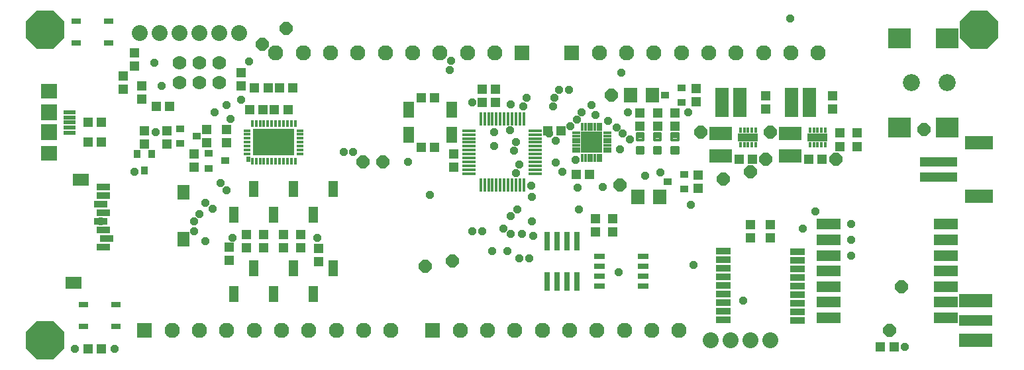
<source format=gts>
G75*
%MOIN*%
%OFA0B0*%
%FSLAX25Y25*%
%IPPOS*%
%LPD*%
%AMOC8*
5,1,8,0,0,1.08239X$1,22.5*
%
%ADD10R,0.01102X0.01772*%
%ADD11R,0.11230X0.06899*%
%ADD12R,0.04931X0.04537*%
%ADD13R,0.04537X0.04931*%
%ADD14C,0.01361*%
%ADD15R,0.06899X0.07687*%
%ADD16R,0.02962X0.09261*%
%ADD17C,0.07000*%
%ADD18C,0.08000*%
%ADD19R,0.07687X0.07687*%
%ADD20C,0.07687*%
%ADD21R,0.06112X0.01978*%
%ADD22R,0.08080X0.07687*%
%ADD23R,0.08080X0.08080*%
%ADD24R,0.18710X0.04537*%
%ADD25R,0.13986X0.06899*%
%ADD26R,0.06506X0.14773*%
%ADD27R,0.04143X0.03750*%
%ADD28R,0.03750X0.04143*%
%ADD29R,0.05324X0.02962*%
%ADD30R,0.08080X0.06112*%
%ADD31R,0.06112X0.07687*%
%ADD32R,0.06506X0.03356*%
%ADD33R,0.01584X0.02569*%
%ADD34R,0.10049X0.03907*%
%ADD35R,0.05718X0.08080*%
%ADD36R,0.07687X0.03356*%
%ADD37R,0.01584X0.03356*%
%ADD38R,0.03356X0.01584*%
%ADD39R,0.21072X0.13198*%
%ADD40R,0.02000X0.03000*%
%ADD41R,0.06506X0.01702*%
%ADD42R,0.01702X0.06506*%
%ADD43R,0.12411X0.05324*%
%ADD44R,0.01387X0.03946*%
%ADD45R,0.03946X0.01387*%
%ADD46R,0.11033X0.11033*%
%ADD47R,0.16600X0.06600*%
%ADD48R,0.16600X0.05600*%
%ADD49R,0.11624X0.10049*%
%ADD50C,0.08600*%
%ADD51R,0.04734X0.03159*%
%ADD52R,0.04537X0.08474*%
%ADD53OC8,0.04169*%
%ADD54OC8,0.06506*%
%ADD55OC8,0.19350*%
D10*
X0113421Y0111976D03*
D11*
X0351256Y0113738D03*
X0351256Y0124762D03*
X0386256Y0124762D03*
X0386256Y0113738D03*
D12*
X0395409Y0111750D03*
X0402102Y0111750D03*
X0411256Y0118404D03*
X0420006Y0118404D03*
X0420006Y0125096D03*
X0411256Y0125096D03*
X0407506Y0137154D03*
X0407506Y0143846D03*
X0373756Y0143846D03*
X0373756Y0137154D03*
X0338756Y0140904D03*
X0338756Y0147596D03*
X0328131Y0135409D03*
X0319381Y0135409D03*
X0319381Y0128716D03*
X0328131Y0128716D03*
X0310631Y0128716D03*
X0310631Y0135409D03*
X0360409Y0111750D03*
X0367102Y0111750D03*
X0340006Y0103846D03*
X0340006Y0097154D03*
X0366256Y0078846D03*
X0376256Y0078846D03*
X0376256Y0072154D03*
X0366256Y0072154D03*
X0296881Y0075279D03*
X0288131Y0075279D03*
X0288131Y0081971D03*
X0296881Y0081971D03*
X0207102Y0118000D03*
X0200409Y0118000D03*
X0231034Y0140500D03*
X0237727Y0140500D03*
X0237727Y0147375D03*
X0231034Y0147375D03*
X0207102Y0143000D03*
X0200409Y0143000D03*
X0102506Y0126971D03*
X0092506Y0126971D03*
X0092506Y0120279D03*
X0102506Y0120279D03*
X0086256Y0114471D03*
X0086256Y0107779D03*
X0072506Y0119654D03*
X0061256Y0119654D03*
X0061256Y0126346D03*
X0072506Y0126346D03*
X0060006Y0142154D03*
X0060006Y0148846D03*
X0056256Y0159029D03*
X0056256Y0165721D03*
X0431659Y0017375D03*
X0438352Y0017375D03*
D13*
X0285227Y0104250D03*
X0278534Y0104250D03*
X0270852Y0126125D03*
X0264159Y0126125D03*
X0216881Y0114471D03*
X0216881Y0107779D03*
X0140006Y0073846D03*
X0131256Y0073846D03*
X0121256Y0073846D03*
X0112506Y0073846D03*
X0112506Y0067154D03*
X0103756Y0067596D03*
X0103756Y0060904D03*
X0121256Y0067154D03*
X0131256Y0067154D03*
X0140006Y0067154D03*
X0148756Y0066971D03*
X0148756Y0060279D03*
X0039602Y0016125D03*
X0032909Y0016125D03*
X0032909Y0120500D03*
X0039602Y0120500D03*
X0039602Y0130500D03*
X0032909Y0130500D03*
X0067284Y0138625D03*
X0073977Y0138625D03*
X0050631Y0147154D03*
X0050631Y0153846D03*
X0110006Y0155721D03*
X0110006Y0149029D03*
X0116659Y0148000D03*
X0123352Y0148000D03*
X0129159Y0148000D03*
X0135852Y0148000D03*
X0133352Y0136750D03*
X0126659Y0136750D03*
X0120852Y0136750D03*
X0114159Y0136750D03*
D14*
X0309043Y0124916D02*
X0312219Y0124916D01*
X0312219Y0121740D01*
X0309043Y0121740D01*
X0309043Y0124916D01*
X0309043Y0123100D02*
X0312219Y0123100D01*
X0312219Y0124460D02*
X0309043Y0124460D01*
X0317793Y0124916D02*
X0320969Y0124916D01*
X0320969Y0121740D01*
X0317793Y0121740D01*
X0317793Y0124916D01*
X0317793Y0123100D02*
X0320969Y0123100D01*
X0320969Y0124460D02*
X0317793Y0124460D01*
X0326543Y0124916D02*
X0329719Y0124916D01*
X0329719Y0121740D01*
X0326543Y0121740D01*
X0326543Y0124916D01*
X0326543Y0123100D02*
X0329719Y0123100D01*
X0329719Y0124460D02*
X0326543Y0124460D01*
X0326543Y0118010D02*
X0329719Y0118010D01*
X0329719Y0114834D01*
X0326543Y0114834D01*
X0326543Y0118010D01*
X0326543Y0116194D02*
X0329719Y0116194D01*
X0329719Y0117554D02*
X0326543Y0117554D01*
X0320969Y0118010D02*
X0317793Y0118010D01*
X0320969Y0118010D02*
X0320969Y0114834D01*
X0317793Y0114834D01*
X0317793Y0118010D01*
X0317793Y0116194D02*
X0320969Y0116194D01*
X0320969Y0117554D02*
X0317793Y0117554D01*
X0312219Y0118010D02*
X0309043Y0118010D01*
X0312219Y0118010D02*
X0312219Y0114834D01*
X0309043Y0114834D01*
X0309043Y0118010D01*
X0309043Y0116194D02*
X0312219Y0116194D01*
X0312219Y0117554D02*
X0309043Y0117554D01*
D15*
X0309494Y0093000D03*
X0320518Y0093000D03*
X0316768Y0144250D03*
X0305744Y0144250D03*
D16*
X0278756Y0070736D03*
X0273756Y0070736D03*
X0268756Y0070736D03*
X0263756Y0070736D03*
X0263756Y0050264D03*
X0268756Y0050264D03*
X0273756Y0050264D03*
X0278756Y0050264D03*
D17*
X0098756Y0150500D03*
X0088756Y0150500D03*
X0078756Y0150500D03*
X0078756Y0160500D03*
X0088756Y0160500D03*
X0098756Y0160500D03*
D18*
X0098756Y0175500D03*
X0108756Y0175500D03*
X0088756Y0175500D03*
X0078756Y0175500D03*
X0068756Y0175500D03*
X0058756Y0175500D03*
X0346256Y0020500D03*
X0356256Y0020500D03*
X0366256Y0020500D03*
X0376256Y0020500D03*
D19*
X0206256Y0025500D03*
X0061256Y0025500D03*
X0251256Y0165500D03*
X0276256Y0165500D03*
D20*
X0290035Y0165500D03*
X0303815Y0165500D03*
X0317594Y0165500D03*
X0331374Y0165500D03*
X0345154Y0165500D03*
X0358933Y0165500D03*
X0372713Y0165500D03*
X0386492Y0165500D03*
X0400272Y0165500D03*
X0237476Y0165500D03*
X0223697Y0165500D03*
X0209917Y0165500D03*
X0196138Y0165500D03*
X0182358Y0165500D03*
X0168579Y0165500D03*
X0154799Y0165500D03*
X0141020Y0165500D03*
X0127240Y0165500D03*
X0130154Y0025500D03*
X0116374Y0025500D03*
X0102594Y0025500D03*
X0088815Y0025500D03*
X0075035Y0025500D03*
X0143933Y0025500D03*
X0157713Y0025500D03*
X0171492Y0025500D03*
X0185272Y0025500D03*
X0220035Y0025500D03*
X0233815Y0025500D03*
X0247594Y0025500D03*
X0261374Y0025500D03*
X0275154Y0025500D03*
X0288933Y0025500D03*
X0302713Y0025500D03*
X0316492Y0025500D03*
X0330272Y0025500D03*
D21*
X0023564Y0125382D03*
X0023564Y0127941D03*
X0023564Y0130500D03*
X0023564Y0133059D03*
X0023564Y0135618D03*
D22*
X0013131Y0146248D03*
X0013131Y0114752D03*
D23*
X0013131Y0125500D03*
X0013131Y0135500D03*
D24*
X0460751Y0110687D03*
X0460751Y0102813D03*
D25*
X0481224Y0093364D03*
X0481224Y0120136D03*
D26*
X0395783Y0140500D03*
X0386728Y0140500D03*
X0360783Y0140500D03*
X0351728Y0140500D03*
D27*
X0331443Y0140510D03*
X0323175Y0144250D03*
X0331443Y0147990D03*
X0332693Y0104240D03*
X0324425Y0100500D03*
X0332693Y0096760D03*
X0101837Y0111125D03*
X0093569Y0107385D03*
X0093569Y0114865D03*
X0087462Y0123625D03*
X0079194Y0127365D03*
X0079194Y0119885D03*
D28*
X0064996Y0114437D03*
X0057516Y0114437D03*
X0061256Y0106169D03*
D29*
X0290232Y0063000D03*
X0290232Y0058000D03*
X0290232Y0053000D03*
X0290232Y0048000D03*
X0312280Y0048000D03*
X0312280Y0053000D03*
X0312280Y0058000D03*
X0312280Y0063000D03*
D30*
X0029199Y0101425D03*
X0025656Y0049457D03*
D31*
X0080774Y0071504D03*
X0080774Y0095126D03*
D32*
X0040616Y0093551D03*
X0040616Y0097882D03*
X0039041Y0089220D03*
X0040616Y0084890D03*
X0039041Y0080559D03*
X0040616Y0076228D03*
X0042191Y0071898D03*
X0040616Y0067567D03*
D33*
X0361069Y0119260D03*
X0363037Y0119260D03*
X0365006Y0119260D03*
X0366974Y0119260D03*
X0368943Y0119260D03*
X0368943Y0126740D03*
X0366974Y0126740D03*
X0365006Y0126740D03*
X0363037Y0126740D03*
X0361069Y0126740D03*
X0396069Y0126740D03*
X0398037Y0126740D03*
X0400006Y0126740D03*
X0401974Y0126740D03*
X0403943Y0126740D03*
X0403943Y0119260D03*
X0401974Y0119260D03*
X0400006Y0119260D03*
X0398037Y0119260D03*
X0396069Y0119260D03*
D34*
X0400006Y0123000D03*
X0365006Y0123000D03*
D35*
X0215833Y0124201D03*
X0194179Y0124201D03*
X0194179Y0136799D03*
X0215833Y0136799D03*
D36*
X0352555Y0065500D03*
X0352555Y0061169D03*
X0352555Y0056839D03*
X0352555Y0052508D03*
X0352555Y0048177D03*
X0352555Y0043846D03*
X0352555Y0039516D03*
X0352555Y0035185D03*
X0352555Y0030854D03*
X0389957Y0030500D03*
X0389957Y0034831D03*
X0389957Y0039161D03*
X0389957Y0043492D03*
X0389957Y0047823D03*
X0389957Y0052154D03*
X0389957Y0056484D03*
X0389957Y0060815D03*
X0389957Y0065146D03*
D37*
X0137083Y0111051D03*
X0135114Y0111051D03*
X0133146Y0111051D03*
X0131177Y0111051D03*
X0129209Y0111051D03*
X0127240Y0111051D03*
X0125272Y0111051D03*
X0123303Y0111051D03*
X0121335Y0111051D03*
X0119366Y0111051D03*
X0117398Y0111051D03*
X0115429Y0111051D03*
X0115429Y0129949D03*
X0117398Y0129949D03*
X0119366Y0129949D03*
X0121335Y0129949D03*
X0123303Y0129949D03*
X0125272Y0129949D03*
X0127240Y0129949D03*
X0129209Y0129949D03*
X0131177Y0129949D03*
X0133146Y0129949D03*
X0135114Y0129949D03*
X0137083Y0129949D03*
D38*
X0139642Y0126406D03*
X0139642Y0124437D03*
X0139642Y0122469D03*
X0139642Y0120500D03*
X0139642Y0118531D03*
X0139642Y0116563D03*
X0139642Y0114594D03*
X0112870Y0114594D03*
X0112870Y0116563D03*
X0112870Y0118531D03*
X0112870Y0120500D03*
X0112870Y0122469D03*
X0112870Y0124437D03*
X0112870Y0126406D03*
D39*
X0126256Y0120500D03*
D40*
X0113456Y0112000D03*
D41*
X0224524Y0112547D03*
X0224524Y0110579D03*
X0224524Y0108610D03*
X0224524Y0106642D03*
X0224524Y0104673D03*
X0224524Y0114516D03*
X0224524Y0116484D03*
X0224524Y0118453D03*
X0224524Y0120421D03*
X0224524Y0122390D03*
X0224524Y0124358D03*
X0224524Y0126327D03*
X0257988Y0126327D03*
X0257988Y0124358D03*
X0257988Y0122390D03*
X0257988Y0120421D03*
X0257988Y0118453D03*
X0257988Y0116484D03*
X0257988Y0114516D03*
X0257988Y0112547D03*
X0257988Y0110579D03*
X0257988Y0108610D03*
X0257988Y0106642D03*
X0257988Y0104673D03*
D42*
X0252083Y0098768D03*
X0250114Y0098768D03*
X0248146Y0098768D03*
X0246177Y0098768D03*
X0244209Y0098768D03*
X0242240Y0098768D03*
X0240272Y0098768D03*
X0238303Y0098768D03*
X0236335Y0098768D03*
X0234366Y0098768D03*
X0232398Y0098768D03*
X0230429Y0098768D03*
X0230429Y0132232D03*
X0232398Y0132232D03*
X0234366Y0132232D03*
X0236335Y0132232D03*
X0238303Y0132232D03*
X0240272Y0132232D03*
X0242240Y0132232D03*
X0244209Y0132232D03*
X0246177Y0132232D03*
X0248146Y0132232D03*
X0250114Y0132232D03*
X0252083Y0132232D03*
D43*
X0405478Y0079122D03*
X0405478Y0071248D03*
X0405478Y0063374D03*
X0405478Y0055500D03*
X0405478Y0047626D03*
X0405478Y0039752D03*
X0405478Y0031878D03*
X0464533Y0031878D03*
X0464533Y0039752D03*
X0464533Y0047626D03*
X0464533Y0055500D03*
X0464533Y0063374D03*
X0464533Y0071248D03*
X0464533Y0079122D03*
D44*
X0290980Y0112724D03*
X0289406Y0112724D03*
X0287831Y0112724D03*
X0286256Y0112724D03*
X0284681Y0112724D03*
X0283106Y0112724D03*
X0281531Y0112724D03*
X0281531Y0128276D03*
X0283106Y0128276D03*
X0284681Y0128276D03*
X0286256Y0128276D03*
X0287831Y0128276D03*
X0289406Y0128276D03*
X0290980Y0128276D03*
D45*
X0294031Y0125224D03*
X0294031Y0123650D03*
X0294031Y0122075D03*
X0294031Y0120500D03*
X0294031Y0118925D03*
X0294031Y0117350D03*
X0294031Y0115776D03*
X0278480Y0115776D03*
X0278480Y0117350D03*
X0278480Y0118925D03*
X0278480Y0120500D03*
X0278480Y0122075D03*
X0278480Y0123650D03*
X0278480Y0125224D03*
D46*
X0286256Y0120500D03*
D47*
X0479506Y0040500D03*
X0479506Y0020500D03*
D48*
X0479506Y0030500D03*
D49*
X0465318Y0128059D03*
X0441303Y0128059D03*
X0441303Y0172941D03*
X0465318Y0172941D03*
D50*
X0465318Y0150500D03*
X0447318Y0150500D03*
D51*
X0046925Y0038512D03*
X0030587Y0038512D03*
X0030587Y0027488D03*
X0046925Y0027488D03*
X0043175Y0170613D03*
X0026837Y0170613D03*
X0026837Y0181637D03*
X0043175Y0181637D03*
D52*
X0116256Y0096996D03*
X0136256Y0096996D03*
X0156256Y0096996D03*
X0146256Y0084004D03*
X0126256Y0084004D03*
X0106256Y0084004D03*
X0116256Y0056996D03*
X0136256Y0056996D03*
X0156256Y0056996D03*
X0146256Y0044004D03*
X0126256Y0044004D03*
X0106256Y0044004D03*
D53*
X0026256Y0016125D03*
X0046256Y0016125D03*
X0091756Y0070500D03*
X0086256Y0075500D03*
X0086256Y0080500D03*
X0088756Y0084250D03*
X0095631Y0086750D03*
X0091881Y0089875D03*
X0102506Y0096125D03*
X0099394Y0099816D03*
X0056256Y0105500D03*
X0066881Y0125500D03*
X0096568Y0135500D03*
X0102506Y0139250D03*
X0110006Y0141750D03*
X0104381Y0132375D03*
X0070006Y0148938D03*
X0066256Y0160500D03*
X0113756Y0161125D03*
X0215006Y0156750D03*
X0215395Y0161530D03*
X0253343Y0143025D03*
X0251881Y0138625D03*
X0245631Y0139563D03*
X0266726Y0138470D03*
X0267506Y0143000D03*
X0270006Y0146750D03*
X0275006Y0146750D03*
X0286256Y0139250D03*
X0288131Y0134250D03*
X0294381Y0131125D03*
X0298756Y0128000D03*
X0301881Y0124816D03*
X0305631Y0121750D03*
X0300631Y0116750D03*
X0278131Y0111437D03*
X0268131Y0110187D03*
X0271509Y0105500D03*
X0279159Y0097687D03*
X0291881Y0098000D03*
X0313131Y0103625D03*
X0320943Y0105187D03*
X0336256Y0088937D03*
X0280006Y0086437D03*
X0256256Y0080500D03*
X0245599Y0083313D03*
X0248865Y0086625D03*
X0256256Y0093000D03*
X0255898Y0098437D03*
X0248131Y0104875D03*
X0250006Y0109250D03*
X0247193Y0116125D03*
X0248131Y0120500D03*
X0237053Y0118625D03*
X0237053Y0125500D03*
X0245324Y0126437D03*
X0264784Y0124875D03*
X0268131Y0121125D03*
X0275631Y0128625D03*
X0278756Y0131750D03*
X0281256Y0135500D03*
X0304381Y0135500D03*
X0334832Y0135500D03*
X0301256Y0155419D03*
X0226256Y0140500D03*
X0166256Y0115500D03*
X0161363Y0115607D03*
X0193756Y0110500D03*
X0204693Y0093937D03*
X0241884Y0076817D03*
X0245631Y0074250D03*
X0251256Y0074131D03*
X0256881Y0073183D03*
X0243756Y0065500D03*
X0236256Y0065500D03*
X0250006Y0061750D03*
X0255006Y0061750D03*
X0231256Y0075500D03*
X0226256Y0075500D03*
X0300006Y0054875D03*
X0337506Y0058625D03*
X0362506Y0040500D03*
X0416976Y0063374D03*
X0416976Y0071248D03*
X0416976Y0079122D03*
X0398788Y0085500D03*
X0392506Y0076750D03*
X0443756Y0017375D03*
X0148131Y0072375D03*
X0105631Y0072375D03*
X0039041Y0080559D03*
X0386256Y0183000D03*
D54*
X0296256Y0144250D03*
X0341256Y0125500D03*
X0376256Y0125500D03*
X0373756Y0111750D03*
X0366256Y0105500D03*
X0352506Y0101750D03*
X0300631Y0098937D03*
X0216256Y0060500D03*
X0202506Y0058000D03*
X0181256Y0110500D03*
X0171256Y0110500D03*
X0120631Y0169875D03*
X0132506Y0178000D03*
X0409068Y0111750D03*
X0453443Y0127060D03*
X0442132Y0047626D03*
X0436256Y0025500D03*
D55*
X0481256Y0177375D03*
X0011256Y0177375D03*
X0011256Y0020500D03*
M02*

</source>
